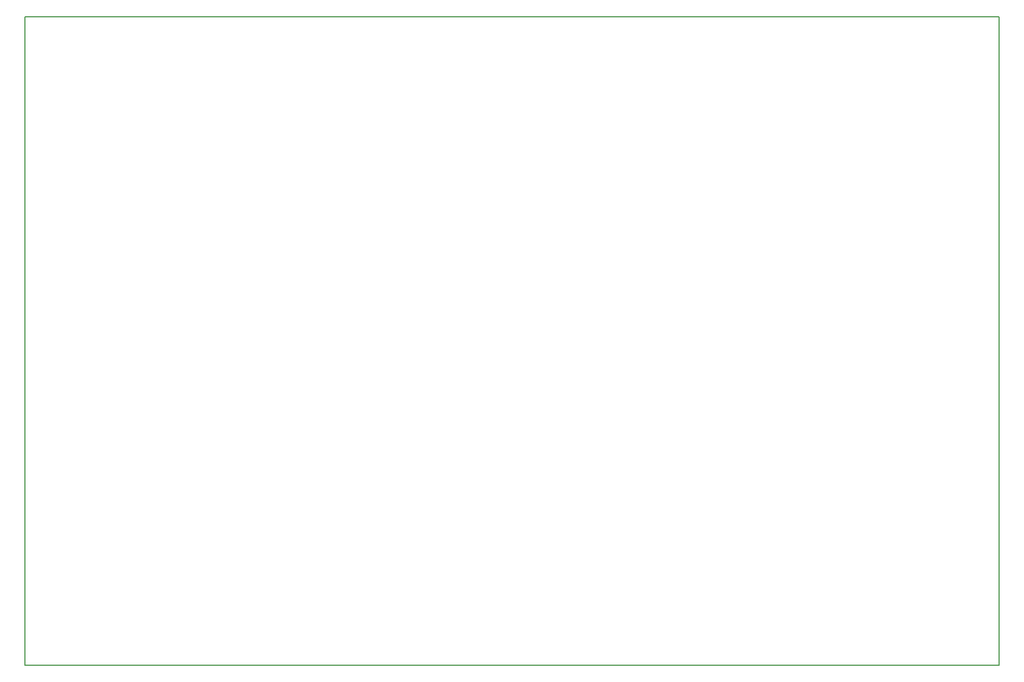
<source format=gm1>
G04 MADE WITH FRITZING*
G04 WWW.FRITZING.ORG*
G04 DOUBLE SIDED*
G04 HOLES PLATED*
G04 CONTOUR ON CENTER OF CONTOUR VECTOR*
%ASAXBY*%
%FSLAX23Y23*%
%MOIN*%
%OFA0B0*%
%SFA1.0B1.0*%
%ADD10R,6.000010X4.000010*%
%ADD11C,0.008000*%
%ADD10C,0.008*%
%LNCONTOUR*%
G90*
G70*
G54D10*
G54D11*
X4Y3996D02*
X5996Y3996D01*
X5996Y4D01*
X4Y4D01*
X4Y3996D01*
D02*
G04 End of contour*
M02*
</source>
